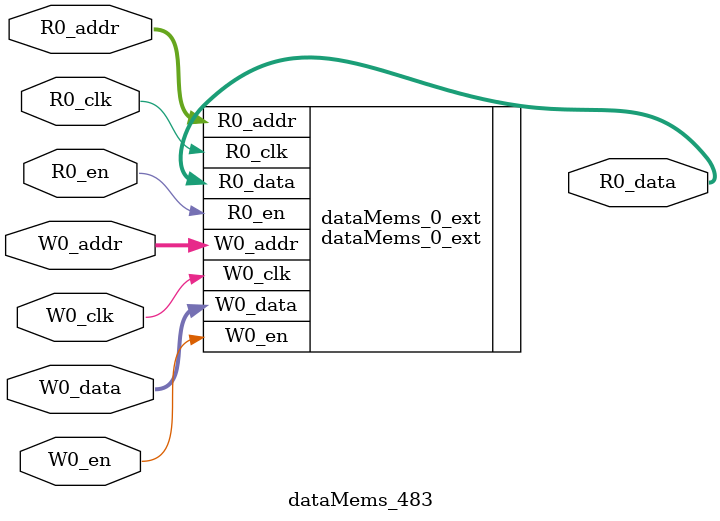
<source format=sv>
`ifndef RANDOMIZE
  `ifdef RANDOMIZE_REG_INIT
    `define RANDOMIZE
  `endif // RANDOMIZE_REG_INIT
`endif // not def RANDOMIZE
`ifndef RANDOMIZE
  `ifdef RANDOMIZE_MEM_INIT
    `define RANDOMIZE
  `endif // RANDOMIZE_MEM_INIT
`endif // not def RANDOMIZE

`ifndef RANDOM
  `define RANDOM $random
`endif // not def RANDOM

// Users can define 'PRINTF_COND' to add an extra gate to prints.
`ifndef PRINTF_COND_
  `ifdef PRINTF_COND
    `define PRINTF_COND_ (`PRINTF_COND)
  `else  // PRINTF_COND
    `define PRINTF_COND_ 1
  `endif // PRINTF_COND
`endif // not def PRINTF_COND_

// Users can define 'ASSERT_VERBOSE_COND' to add an extra gate to assert error printing.
`ifndef ASSERT_VERBOSE_COND_
  `ifdef ASSERT_VERBOSE_COND
    `define ASSERT_VERBOSE_COND_ (`ASSERT_VERBOSE_COND)
  `else  // ASSERT_VERBOSE_COND
    `define ASSERT_VERBOSE_COND_ 1
  `endif // ASSERT_VERBOSE_COND
`endif // not def ASSERT_VERBOSE_COND_

// Users can define 'STOP_COND' to add an extra gate to stop conditions.
`ifndef STOP_COND_
  `ifdef STOP_COND
    `define STOP_COND_ (`STOP_COND)
  `else  // STOP_COND
    `define STOP_COND_ 1
  `endif // STOP_COND
`endif // not def STOP_COND_

// Users can define INIT_RANDOM as general code that gets injected into the
// initializer block for modules with registers.
`ifndef INIT_RANDOM
  `define INIT_RANDOM
`endif // not def INIT_RANDOM

// If using random initialization, you can also define RANDOMIZE_DELAY to
// customize the delay used, otherwise 0.002 is used.
`ifndef RANDOMIZE_DELAY
  `define RANDOMIZE_DELAY 0.002
`endif // not def RANDOMIZE_DELAY

// Define INIT_RANDOM_PROLOG_ for use in our modules below.
`ifndef INIT_RANDOM_PROLOG_
  `ifdef RANDOMIZE
    `ifdef VERILATOR
      `define INIT_RANDOM_PROLOG_ `INIT_RANDOM
    `else  // VERILATOR
      `define INIT_RANDOM_PROLOG_ `INIT_RANDOM #`RANDOMIZE_DELAY begin end
    `endif // VERILATOR
  `else  // RANDOMIZE
    `define INIT_RANDOM_PROLOG_
  `endif // RANDOMIZE
`endif // not def INIT_RANDOM_PROLOG_

// Include register initializers in init blocks unless synthesis is set
`ifndef SYNTHESIS
  `ifndef ENABLE_INITIAL_REG_
    `define ENABLE_INITIAL_REG_
  `endif // not def ENABLE_INITIAL_REG_
`endif // not def SYNTHESIS

// Include rmemory initializers in init blocks unless synthesis is set
`ifndef SYNTHESIS
  `ifndef ENABLE_INITIAL_MEM_
    `define ENABLE_INITIAL_MEM_
  `endif // not def ENABLE_INITIAL_MEM_
`endif // not def SYNTHESIS

module dataMems_483(	// @[generators/ara/src/main/scala/UnsafeAXI4ToTL.scala:365:62]
  input  [4:0]  R0_addr,
  input         R0_en,
  input         R0_clk,
  output [66:0] R0_data,
  input  [4:0]  W0_addr,
  input         W0_en,
  input         W0_clk,
  input  [66:0] W0_data
);

  dataMems_0_ext dataMems_0_ext (	// @[generators/ara/src/main/scala/UnsafeAXI4ToTL.scala:365:62]
    .R0_addr (R0_addr),
    .R0_en   (R0_en),
    .R0_clk  (R0_clk),
    .R0_data (R0_data),
    .W0_addr (W0_addr),
    .W0_en   (W0_en),
    .W0_clk  (W0_clk),
    .W0_data (W0_data)
  );
endmodule


</source>
